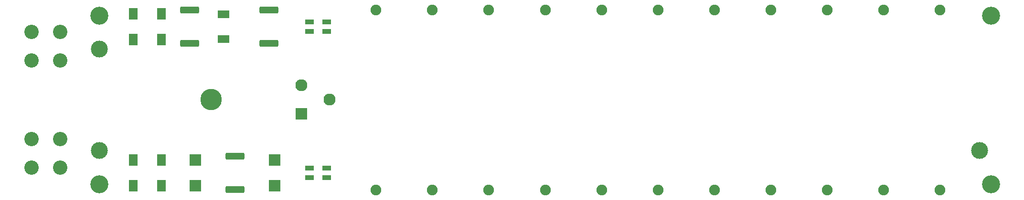
<source format=gbr>
%TF.GenerationSoftware,KiCad,Pcbnew,8.0.3*%
%TF.CreationDate,2024-08-03T11:39:00-05:00*%
%TF.ProjectId,1024 Capacitor Discharger,31303234-2043-4617-9061-6369746f7220,rev?*%
%TF.SameCoordinates,PX4153a20PY6dac2c0*%
%TF.FileFunction,Soldermask,Top*%
%TF.FilePolarity,Negative*%
%FSLAX46Y46*%
G04 Gerber Fmt 4.6, Leading zero omitted, Abs format (unit mm)*
G04 Created by KiCad (PCBNEW 8.0.3) date 2024-08-03 11:39:00*
%MOMM*%
%LPD*%
G01*
G04 APERTURE LIST*
G04 Aperture macros list*
%AMRoundRect*
0 Rectangle with rounded corners*
0 $1 Rounding radius*
0 $2 $3 $4 $5 $6 $7 $8 $9 X,Y pos of 4 corners*
0 Add a 4 corners polygon primitive as box body*
4,1,4,$2,$3,$4,$5,$6,$7,$8,$9,$2,$3,0*
0 Add four circle primitives for the rounded corners*
1,1,$1+$1,$2,$3*
1,1,$1+$1,$4,$5*
1,1,$1+$1,$6,$7*
1,1,$1+$1,$8,$9*
0 Add four rect primitives between the rounded corners*
20,1,$1+$1,$2,$3,$4,$5,0*
20,1,$1+$1,$4,$5,$6,$7,0*
20,1,$1+$1,$6,$7,$8,$9,0*
20,1,$1+$1,$8,$9,$2,$3,0*%
G04 Aperture macros list end*
%ADD10RoundRect,0.090000X-0.660000X0.360000X-0.660000X-0.360000X0.660000X-0.360000X0.660000X0.360000X0*%
%ADD11C,3.200000*%
%ADD12C,2.550000*%
%ADD13C,3.800000*%
%ADD14R,2.130000X2.130000*%
%ADD15C,2.130000*%
%ADD16C,3.000000*%
%ADD17C,1.900000*%
%ADD18R,1.550000X2.055000*%
%ADD19R,2.150000X2.055000*%
%ADD20R,2.100000X1.400000*%
%ADD21RoundRect,0.250000X1.425000X-0.362500X1.425000X0.362500X-1.425000X0.362500X-1.425000X-0.362500X0*%
%ADD22RoundRect,0.250000X-1.425000X0.362500X-1.425000X-0.362500X1.425000X-0.362500X1.425000X0.362500X0*%
G04 APERTURE END LIST*
D10*
%TO.C,D7*%
X51700000Y7850000D03*
X54800000Y7850000D03*
X54800000Y6150000D03*
X51700000Y6150000D03*
%TD*%
D11*
%TO.C,H2*%
X14500000Y5000000D03*
%TD*%
D12*
%TO.C,J1*%
X2450000Y13025000D03*
X2450000Y7925000D03*
X7550000Y13025000D03*
X7550000Y7925000D03*
%TD*%
D13*
%TO.C,Q1*%
X34250000Y20050000D03*
D14*
X50250000Y17500000D03*
D15*
X55250000Y20050000D03*
X50250000Y22600000D03*
%TD*%
D16*
%TO.C,FID2*%
X14500000Y29000000D03*
%TD*%
D17*
%TO.C,R11*%
X133500000Y36000000D03*
X133500000Y4000000D03*
%TD*%
%TO.C,R4*%
X63500000Y36000000D03*
X63500000Y4000000D03*
%TD*%
D11*
%TO.C,H3*%
X172500000Y35000000D03*
%TD*%
%TO.C,H1*%
X14500000Y35000000D03*
%TD*%
D18*
%TO.C,D2*%
X20500000Y9297500D03*
X20500000Y4702500D03*
%TD*%
D19*
%TO.C,D5*%
X31500000Y9297500D03*
X31500000Y4702500D03*
%TD*%
D17*
%TO.C,R14*%
X163500000Y36000000D03*
X163500000Y4000000D03*
%TD*%
D20*
%TO.C,D9*%
X36500000Y35200000D03*
X36500000Y30800000D03*
%TD*%
D18*
%TO.C,D4*%
X25500000Y35297500D03*
X25500000Y30702500D03*
%TD*%
D17*
%TO.C,R8*%
X103500000Y36000000D03*
X103500000Y4000000D03*
%TD*%
%TO.C,R10*%
X123500000Y36000000D03*
X123500000Y4000000D03*
%TD*%
D21*
%TO.C,R3*%
X44500000Y30037500D03*
X44500000Y35962500D03*
%TD*%
D16*
%TO.C,FID3*%
X170500000Y11000000D03*
%TD*%
D17*
%TO.C,R6*%
X83500000Y36000000D03*
X83500000Y4000000D03*
%TD*%
%TO.C,R13*%
X153500000Y36000000D03*
X153500000Y4000000D03*
%TD*%
%TO.C,R7*%
X93500000Y36000000D03*
X93500000Y4000000D03*
%TD*%
D22*
%TO.C,R1*%
X30500000Y35962500D03*
X30500000Y30037500D03*
%TD*%
D12*
%TO.C,J2*%
X2450000Y32075000D03*
X2450000Y26975000D03*
X7550000Y32075000D03*
X7550000Y26975000D03*
%TD*%
D22*
%TO.C,R2*%
X38500000Y9962500D03*
X38500000Y4037500D03*
%TD*%
D17*
%TO.C,R5*%
X73500000Y36000000D03*
X73500000Y4000000D03*
%TD*%
D11*
%TO.C,H4*%
X172500000Y5000000D03*
%TD*%
D18*
%TO.C,D1*%
X25500000Y9297500D03*
X25500000Y4702500D03*
%TD*%
D10*
%TO.C,D8*%
X51700000Y33850000D03*
X54800000Y33850000D03*
X54800000Y32150000D03*
X51700000Y32150000D03*
%TD*%
D16*
%TO.C,FID1*%
X14500000Y11000000D03*
%TD*%
D17*
%TO.C,R9*%
X113500000Y36000000D03*
X113500000Y4000000D03*
%TD*%
D19*
%TO.C,D6*%
X45500000Y9297500D03*
X45500000Y4702500D03*
%TD*%
D18*
%TO.C,D3*%
X20500000Y35297500D03*
X20500000Y30702500D03*
%TD*%
D17*
%TO.C,R12*%
X143500000Y36000000D03*
X143500000Y4000000D03*
%TD*%
M02*

</source>
